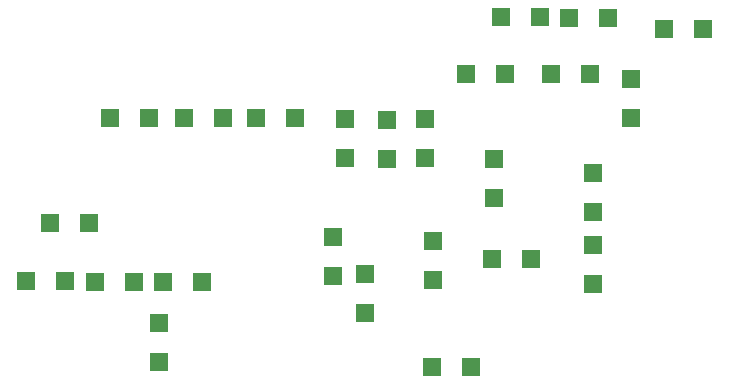
<source format=gbp>
G04 EAGLE Gerber RS-274X export*
G75*
%MOMM*%
%FSLAX34Y34*%
%LPD*%
%INSolderpaste Bottom*%
%IPPOS*%
%AMOC8*
5,1,8,0,0,1.08239X$1,22.5*%
G01*
%ADD10R,1.524000X1.524000*%


D10*
X351290Y112970D03*
X351290Y145990D03*
X402890Y277630D03*
X402890Y244610D03*
X544980Y170800D03*
X544980Y137780D03*
X334890Y243880D03*
X334890Y276900D03*
X369890Y243860D03*
X369890Y276880D03*
X259230Y278300D03*
X292250Y278300D03*
X198390Y278060D03*
X231410Y278060D03*
X135890Y278540D03*
X168910Y278540D03*
X545040Y198800D03*
X545040Y231820D03*
X459030Y158570D03*
X492050Y158570D03*
X324500Y177260D03*
X324500Y144240D03*
X98010Y140250D03*
X64990Y140250D03*
X155760Y139250D03*
X122740Y139250D03*
X409500Y174010D03*
X409500Y140990D03*
X408240Y67500D03*
X441260Y67500D03*
X177500Y71490D03*
X177500Y104510D03*
X214010Y139000D03*
X180990Y139000D03*
X460750Y210740D03*
X460750Y243760D03*
X542260Y315250D03*
X509240Y315250D03*
X437490Y315750D03*
X470510Y315750D03*
X524740Y362750D03*
X557760Y362750D03*
X500260Y363250D03*
X467240Y363250D03*
X605240Y353250D03*
X638260Y353250D03*
X577000Y277740D03*
X577000Y310760D03*
X84990Y189000D03*
X118010Y189000D03*
M02*

</source>
